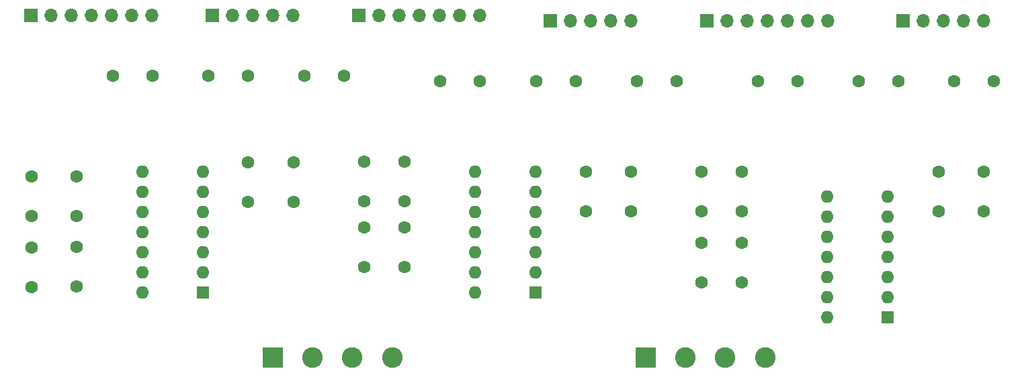
<source format=gbr>
%TF.GenerationSoftware,KiCad,Pcbnew,(5.1.10)-1*%
%TF.CreationDate,2022-02-15T22:19:52+02:00*%
%TF.ProjectId,SEM,53454d2e-6b69-4636-9164-5f7063625858,rev?*%
%TF.SameCoordinates,Original*%
%TF.FileFunction,Soldermask,Bot*%
%TF.FilePolarity,Negative*%
%FSLAX46Y46*%
G04 Gerber Fmt 4.6, Leading zero omitted, Abs format (unit mm)*
G04 Created by KiCad (PCBNEW (5.1.10)-1) date 2022-02-15 22:19:52*
%MOMM*%
%LPD*%
G01*
G04 APERTURE LIST*
%ADD10O,1.700000X1.700000*%
%ADD11R,1.700000X1.700000*%
%ADD12C,1.600000*%
%ADD13R,2.600000X2.600000*%
%ADD14C,2.600000*%
%ADD15R,1.600000X1.600000*%
%ADD16O,1.600000X1.600000*%
G04 APERTURE END LIST*
D10*
%TO.C,J10*%
X83820000Y-167640000D03*
X81280000Y-167640000D03*
X78740000Y-167640000D03*
X76200000Y-167640000D03*
D11*
X73660000Y-167640000D03*
%TD*%
D12*
%TO.C,C33*%
X126396000Y-187312000D03*
X126396000Y-192312000D03*
%TD*%
D10*
%TO.C,J12*%
X151161000Y-168262000D03*
X148621000Y-168262000D03*
X146081000Y-168262000D03*
X143541000Y-168262000D03*
X141001000Y-168262000D03*
X138461000Y-168262000D03*
D11*
X135921000Y-168262000D03*
%TD*%
D12*
%TO.C,C16*%
X147351000Y-175882000D03*
X142351000Y-175882000D03*
%TD*%
%TO.C,C31*%
X92741000Y-199377000D03*
X92741000Y-194377000D03*
%TD*%
%TO.C,C32*%
X170846000Y-187312000D03*
X170846000Y-192312000D03*
%TD*%
%TO.C,C30*%
X135286000Y-201282000D03*
X135286000Y-196282000D03*
%TD*%
%TO.C,C17*%
X107346000Y-175882000D03*
X102346000Y-175882000D03*
%TD*%
%TO.C,C7*%
X66071000Y-175247000D03*
X61071000Y-175247000D03*
%TD*%
D13*
%TO.C,J5*%
X128270000Y-210820000D03*
D14*
X133270000Y-210820000D03*
X138270000Y-210820000D03*
X143270000Y-210820000D03*
%TD*%
D12*
%TO.C,C6*%
X50831000Y-192947000D03*
X50831000Y-187947000D03*
%TD*%
%TO.C,C29*%
X120681000Y-187312000D03*
X120681000Y-192312000D03*
%TD*%
D13*
%TO.C,J8*%
X81280000Y-210820000D03*
D14*
X86280000Y-210820000D03*
X91280000Y-210820000D03*
X96280000Y-210820000D03*
%TD*%
D11*
%TO.C,J9*%
X116205000Y-168275000D03*
D10*
X118745000Y-168275000D03*
X121285000Y-168275000D03*
X123825000Y-168275000D03*
X126365000Y-168275000D03*
%TD*%
D12*
%TO.C,C25*%
X83851000Y-191169000D03*
X83851000Y-186169000D03*
%TD*%
%TO.C,C23*%
X119411000Y-175882000D03*
X114411000Y-175882000D03*
%TD*%
D11*
%TO.C,J13*%
X92106000Y-167627000D03*
D10*
X94646000Y-167627000D03*
X97186000Y-167627000D03*
X99726000Y-167627000D03*
X102266000Y-167627000D03*
X104806000Y-167627000D03*
X107346000Y-167627000D03*
%TD*%
D15*
%TO.C,U3*%
X114331000Y-202552000D03*
D16*
X106711000Y-187312000D03*
X114331000Y-200012000D03*
X106711000Y-189852000D03*
X114331000Y-197472000D03*
X106711000Y-192392000D03*
X114331000Y-194932000D03*
X106711000Y-194932000D03*
X114331000Y-192392000D03*
X106711000Y-197472000D03*
X114331000Y-189852000D03*
X106711000Y-200012000D03*
X114331000Y-187312000D03*
X106711000Y-202552000D03*
%TD*%
D12*
%TO.C,C9*%
X92741000Y-186042000D03*
X92741000Y-191042000D03*
%TD*%
D11*
%TO.C,J11*%
X50800000Y-167627000D03*
D10*
X53340000Y-167627000D03*
X55880000Y-167627000D03*
X58420000Y-167627000D03*
X60960000Y-167627000D03*
X63500000Y-167627000D03*
X66040000Y-167627000D03*
%TD*%
D12*
%TO.C,C21*%
X160051000Y-175882000D03*
X155051000Y-175882000D03*
%TD*%
D15*
%TO.C,U2*%
X158750000Y-205740000D03*
D16*
X151130000Y-190500000D03*
X158750000Y-203200000D03*
X151130000Y-193040000D03*
X158750000Y-200660000D03*
X151130000Y-195580000D03*
X158750000Y-198120000D03*
X151130000Y-198120000D03*
X158750000Y-195580000D03*
X151130000Y-200660000D03*
X158750000Y-193040000D03*
X151130000Y-203200000D03*
X158750000Y-190500000D03*
X151130000Y-205740000D03*
%TD*%
D12*
%TO.C,C3*%
X140366000Y-187312000D03*
X140366000Y-192312000D03*
%TD*%
%TO.C,C2*%
X56546000Y-192947000D03*
X56546000Y-187947000D03*
%TD*%
%TO.C,C28*%
X50831000Y-196917000D03*
X50831000Y-201917000D03*
%TD*%
%TO.C,C11*%
X172085000Y-175895000D03*
X167085000Y-175895000D03*
%TD*%
%TO.C,C26*%
X97821000Y-199377000D03*
X97821000Y-194377000D03*
%TD*%
%TO.C,C27*%
X165131000Y-187312000D03*
X165131000Y-192312000D03*
%TD*%
%TO.C,C12*%
X132111000Y-175882000D03*
X127111000Y-175882000D03*
%TD*%
D11*
%TO.C,J4*%
X160655000Y-168275000D03*
D10*
X163195000Y-168275000D03*
X165735000Y-168275000D03*
X168275000Y-168275000D03*
X170815000Y-168275000D03*
%TD*%
D12*
%TO.C,C19*%
X78136000Y-191169000D03*
X78136000Y-186169000D03*
%TD*%
%TO.C,C8*%
X135286000Y-187312000D03*
X135286000Y-192312000D03*
%TD*%
%TO.C,C13*%
X78136000Y-175247000D03*
X73136000Y-175247000D03*
%TD*%
%TO.C,C24*%
X140366000Y-201282000D03*
X140366000Y-196282000D03*
%TD*%
D16*
%TO.C,U1*%
X64801000Y-202552000D03*
X72421000Y-187312000D03*
X64801000Y-200012000D03*
X72421000Y-189852000D03*
X64801000Y-197472000D03*
X72421000Y-192392000D03*
X64801000Y-194932000D03*
X72421000Y-194932000D03*
X64801000Y-192392000D03*
X72421000Y-197472000D03*
X64801000Y-189852000D03*
X72421000Y-200012000D03*
X64801000Y-187312000D03*
D15*
X72421000Y-202552000D03*
%TD*%
D12*
%TO.C,C4*%
X90201000Y-175247000D03*
X85201000Y-175247000D03*
%TD*%
%TO.C,C22*%
X56546000Y-196837000D03*
X56546000Y-201837000D03*
%TD*%
%TO.C,C5*%
X97821000Y-186042000D03*
X97821000Y-191042000D03*
%TD*%
M02*

</source>
